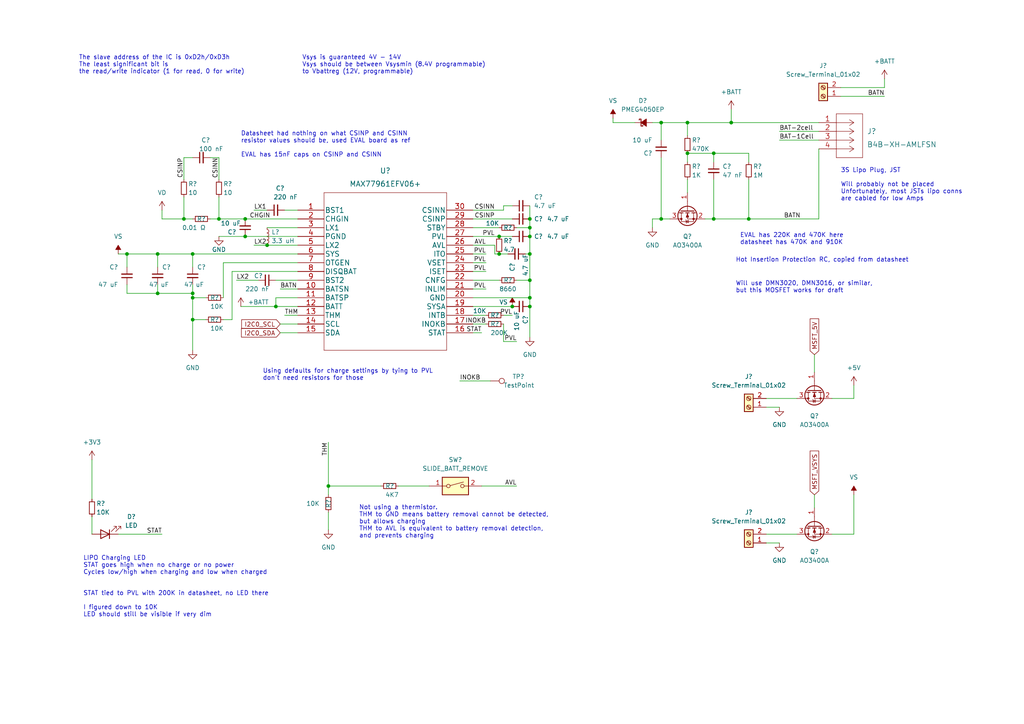
<source format=kicad_sch>
(kicad_sch (version 20211123) (generator eeschema)
  (paper "A4")
  (lib_symbols
    (symbol "Connector:Screw_Terminal_01x02" (pin_names (offset 1.016) hide)
      (property "Reference" "J" (at 0 2.54 0))
      (property "Value" "Screw_Terminal_01x02" (at 0 -5.08 0))
      (symbol "Screw_Terminal_01x02_1_1"
        (rectangle (start -1.27 1.27) (end 1.27 -3.81) (stroke (width 0.254)) (fill (type background)))
        (circle (center 0 -2.54) (radius 0.635) (stroke (width 0.1524)))
        (polyline (pts (xy -0.5334 -2.2098) (xy 0.3302 -3.048)) (stroke (width 0.1524)))
        (polyline (pts (xy -0.5334 0.3302) (xy 0.3302 -0.508)) (stroke (width 0.1524)))
        (polyline (pts (xy -0.3556 -2.032) (xy 0.508 -2.8702)) (stroke (width 0.1524)))
        (polyline (pts (xy -0.3556 0.508) (xy 0.508 -0.3302)) (stroke (width 0.1524)))
        (circle (center 0 0) (radius 0.635) (stroke (width 0.1524)))
        (pin passive line (at -5.08 0 0) (length 3.81) (name "Pin_1") (number "1"))
        (pin passive line (at -5.08 -2.54 0) (length 3.81) (name "Pin_2") (number "2"))
      )
    )
    (symbol "Connector:TestPoint" (pin_numbers hide) (pin_names (offset 0.762) hide)
      (property "Reference" "TP" (at 0 6.858 0))
      (property "Value" "TestPoint" (at 0 5.08 0))
      (symbol "TestPoint_0_1"
        (circle (center 0 3.302) (radius 0.762))
      )
      (symbol "TestPoint_1_1"
        (pin passive line (at 0 0 90) (length 2.54) (name "1") (number "1"))
      )
    )
    (symbol "Device:C_Small" (pin_numbers hide) (pin_names (offset 0.254) hide)
      (property "Reference" "C" (at 0.254 1.778 0))
      (property "Value" "C_Small" (at 0.254 -2.032 0))
      (symbol "C_Small_0_1"
        (polyline (pts (xy -1.524 -0.508) (xy 1.524 -0.508)) (stroke (width 0.3302)))
        (polyline (pts (xy -1.524 0.508) (xy 1.524 0.508)) (stroke (width 0.3048)))
      )
      (symbol "C_Small_1_1"
        (pin passive line (at 0 2.54 270) (length 2.032) (name "~") (number "1"))
        (pin passive line (at 0 -2.54 90) (length 2.032) (name "~") (number "2"))
      )
    )
    (symbol "Device:D_Schottky_Small_Filled" (pin_numbers hide) (pin_names (offset 0.254) hide)
      (property "Reference" "D" (at -1.27 2.032 0))
      (property "Value" "D_Schottky_Small_Filled" (at -7.112 -2.032 0))
      (symbol "D_Schottky_Small_Filled_0_1"
        (polyline (pts (xy -0.762 0) (xy 0.762 0)))
        (polyline (pts (xy 0.762 -1.016) (xy -0.762 0) (xy 0.762 1.016) (xy 0.762 -1.016)) (stroke (width 0.254)) (fill (type outline)))
        (polyline (pts (xy -1.27 0.762) (xy -1.27 1.016) (xy -0.762 1.016) (xy -0.762 -1.016) (xy -0.254 -1.016) (xy -0.254 -0.762)) (stroke (width 0.254)))
      )
      (symbol "D_Schottky_Small_Filled_1_1"
        (pin passive line (at -2.54 0 0) (length 1.778) (name "K") (number "1"))
        (pin passive line (at 2.54 0 180) (length 1.778) (name "A") (number "2"))
      )
    )
    (symbol "Device:LED" (pin_numbers hide) (pin_names (offset 1.016) hide)
      (property "Reference" "D" (at 0 2.54 0))
      (property "Value" "LED" (at 0 -2.54 0))
      (symbol "LED_0_1"
        (polyline (pts (xy -1.27 -1.27) (xy -1.27 1.27)) (stroke (width 0.254)))
        (polyline (pts (xy -1.27 0) (xy 1.27 0)))
        (polyline (pts (xy 1.27 -1.27) (xy 1.27 1.27) (xy -1.27 0) (xy 1.27 -1.27)) (stroke (width 0.254)))
        (polyline (pts (xy -3.048 -0.762) (xy -4.572 -2.286) (xy -3.81 -2.286) (xy -4.572 -2.286) (xy -4.572 -1.524)))
        (polyline (pts (xy -1.778 -0.762) (xy -3.302 -2.286) (xy -2.54 -2.286) (xy -3.302 -2.286) (xy -3.302 -1.524)))
      )
      (symbol "LED_1_1"
        (pin passive line (at -3.81 0 0) (length 2.54) (name "K") (number "1"))
        (pin passive line (at 3.81 0 180) (length 2.54) (name "A") (number "2"))
      )
    )
    (symbol "Device:L_Small" (pin_numbers hide) (pin_names (offset 0.254) hide)
      (property "Reference" "L" (at 0.762 1.016 0))
      (property "Value" "L_Small" (at 0.762 -1.016 0))
      (symbol "L_Small_0_1"
        (arc (start 0 -2.032) (mid 0.508 -1.524) (end 0 -1.016))
        (arc (start 0 -1.016) (mid 0.508 -0.508) (end 0 0))
        (arc (start 0 0) (mid 0.508 0.508) (end 0 1.016))
        (arc (start 0 1.016) (mid 0.508 1.524) (end 0 2.032))
      )
      (symbol "L_Small_1_1"
        (pin passive line (at 0 2.54 270) (length 0.508) (name "~") (number "1"))
        (pin passive line (at 0 -2.54 90) (length 0.508) (name "~") (number "2"))
      )
    )
    (symbol "Device:R_Small" (pin_numbers hide) (pin_names (offset 0.254) hide)
      (property "Reference" "R" (at 0.762 0.508 0))
      (property "Value" "R_Small" (at 0.762 -1.016 0))
      (symbol "R_Small_0_1"
        (rectangle (start -0.762 1.778) (end 0.762 -1.778) (stroke (width 0.2032)))
      )
      (symbol "R_Small_1_1"
        (pin passive line (at 0 2.54 270) (length 0.762) (name "~") (number "1"))
        (pin passive line (at 0 -2.54 90) (length 0.762) (name "~") (number "2"))
      )
    )
    (symbol "JST XH 4:B4B-XH-AMLFSN" (pin_names (offset 0.254) hide)
      (property "Reference" "J" (at 8.89 6.35 0))
      (property "Value" "B4B-XH-AMLFSN" (at 10.16 -5.08 0))
      (symbol "B4B-XH-AMLFSN_1_1"
        (polyline (pts (xy 5.08 -10.16) (xy 12.7 -10.16)) (stroke (width 0.127)))
        (polyline (pts (xy 5.08 2.54) (xy 5.08 -10.16)) (stroke (width 0.127)))
        (polyline (pts (xy 10.16 -7.62) (xy 5.08 -7.62)) (stroke (width 0.127)))
        (polyline (pts (xy 10.16 -7.62) (xy 8.89 -8.4582)) (stroke (width 0.127)))
        (polyline (pts (xy 10.16 -7.62) (xy 8.89 -6.7818)) (stroke (width 0.127)))
        (polyline (pts (xy 10.16 -5.08) (xy 5.08 -5.08)) (stroke (width 0.127)))
        (polyline (pts (xy 10.16 -5.08) (xy 8.89 -5.9182)) (stroke (width 0.127)))
        (polyline (pts (xy 10.16 -5.08) (xy 8.89 -4.2418)) (stroke (width 0.127)))
        (polyline (pts (xy 10.16 -2.54) (xy 5.08 -2.54)) (stroke (width 0.127)))
        (polyline (pts (xy 10.16 -2.54) (xy 8.89 -3.3782)) (stroke (width 0.127)))
        (polyline (pts (xy 10.16 -2.54) (xy 8.89 -1.7018)) (stroke (width 0.127)))
        (polyline (pts (xy 10.16 0) (xy 5.08 0)) (stroke (width 0.127)))
        (polyline (pts (xy 10.16 0) (xy 8.89 -0.8382)) (stroke (width 0.127)))
        (polyline (pts (xy 10.16 0) (xy 8.89 0.8382)) (stroke (width 0.127)))
        (polyline (pts (xy 12.7 -10.16) (xy 12.7 2.54)) (stroke (width 0.127)))
        (polyline (pts (xy 12.7 2.54) (xy 5.08 2.54)) (stroke (width 0.127)))
        (pin unspecified line (at 0 0 0) (length 5.08) (name "1") (number "1"))
        (pin unspecified line (at 0 -2.54 0) (length 5.08) (name "2") (number "2"))
        (pin unspecified line (at 0 -5.08 0) (length 5.08) (name "3") (number "3"))
        (pin unspecified line (at 0 -7.62 0) (length 5.08) (name "4") (number "4"))
      )
    )
    (symbol "MAX77961EFV06:MAX77961EFV06+" (pin_names (offset 0.254))
      (property "Reference" "U" (at 25.4 10.16 0))
      (property "Value" "MAX77961EFV06+" (at 25.4 7.62 0))
      (symbol "MAX77961EFV06+_1_1"
        (polyline (pts (xy 7.62 -40.64) (xy 43.18 -40.64)) (stroke (width 0.127)))
        (polyline (pts (xy 7.62 5.08) (xy 7.62 -40.64)) (stroke (width 0.127)))
        (polyline (pts (xy 43.18 -40.64) (xy 43.18 5.08)) (stroke (width 0.127)))
        (polyline (pts (xy 43.18 5.08) (xy 7.62 5.08)) (stroke (width 0.127)))
        (pin power_in line (at 0 0 0) (length 7.62) (name "BST1") (number "1"))
        (pin input line (at 0 -22.86 0) (length 7.62) (name "BATSN") (number "10"))
        (pin input line (at 0 -25.4 0) (length 7.62) (name "BATSP") (number "11"))
        (pin power_in line (at 0 -27.94 0) (length 7.62) (name "BATT") (number "12"))
        (pin input line (at 0 -30.48 0) (length 7.62) (name "THM") (number "13"))
        (pin input line (at 0 -33.02 0) (length 7.62) (name "SCL") (number "14"))
        (pin output line (at 0 -35.56 0) (length 7.62) (name "SDA") (number "15"))
        (pin output line (at 50.8 -35.56 180) (length 7.62) (name "STAT") (number "16"))
        (pin output line (at 50.8 -33.02 180) (length 7.62) (name "INOKB") (number "17"))
        (pin output line (at 50.8 -30.48 180) (length 7.62) (name "INTB") (number "18"))
        (pin input line (at 50.8 -27.94 180) (length 7.62) (name "SYSA") (number "19"))
        (pin bidirectional line (at 0 -2.54 0) (length 7.62) (name "CHGIN") (number "2"))
        (pin power_in line (at 50.8 -25.4 180) (length 7.62) (name "GND") (number "20"))
        (pin input line (at 50.8 -22.86 180) (length 7.62) (name "INLIM") (number "21"))
        (pin input line (at 50.8 -20.32 180) (length 7.62) (name "CNFG") (number "22"))
        (pin input line (at 50.8 -17.78 180) (length 7.62) (name "ISET") (number "23"))
        (pin input line (at 50.8 -15.24 180) (length 7.62) (name "VSET") (number "24"))
        (pin input line (at 50.8 -12.7 180) (length 7.62) (name "ITO") (number "25"))
        (pin power_in line (at 50.8 -10.16 180) (length 7.62) (name "AVL") (number "26"))
        (pin output line (at 50.8 -7.62 180) (length 7.62) (name "PVL") (number "27"))
        (pin input line (at 50.8 -5.08 180) (length 7.62) (name "STBY") (number "28"))
        (pin input line (at 50.8 -2.54 180) (length 7.62) (name "CSINP") (number "29"))
        (pin unspecified line (at 0 -5.08 0) (length 7.62) (name "LX1") (number "3"))
        (pin input line (at 50.8 0 180) (length 7.62) (name "CSINN") (number "30"))
        (pin power_in line (at 0 -7.62 0) (length 7.62) (name "PGND") (number "4"))
        (pin unspecified line (at 0 -10.16 0) (length 7.62) (name "LX2") (number "5"))
        (pin power_in line (at 0 -12.7 0) (length 7.62) (name "SYS") (number "6"))
        (pin input line (at 0 -15.24 0) (length 7.62) (name "OTGEN") (number "7"))
        (pin input line (at 0 -17.78 0) (length 7.62) (name "DISQBAT") (number "8"))
        (pin power_in line (at 0 -20.32 0) (length 7.62) (name "BST2") (number "9"))
      )
    )
    (symbol "Switch:SW_DIP_x01" (pin_names (offset 0) hide)
      (property "Reference" "SW" (at 0 3.81 0))
      (property "Value" "SW_DIP_x01" (at 0 -3.81 0))
      (symbol "SW_DIP_x01_0_0"
        (circle (center -2.032 0) (radius 0.508))
        (polyline (pts (xy -1.524 0.127) (xy 2.3622 1.1684)))
        (circle (center 2.032 0) (radius 0.508))
      )
      (symbol "SW_DIP_x01_0_1"
        (rectangle (start -3.81 2.54) (end 3.81 -2.54) (stroke (width 0.254)) (fill (type background)))
      )
      (symbol "SW_DIP_x01_1_1"
        (pin passive line (at -7.62 0 0) (length 5.08) (name "~") (number "1"))
        (pin passive line (at 7.62 0 180) (length 5.08) (name "~") (number "2"))
      )
    )
    (symbol "Transistor_FET:AO3400A" (pin_names hide)
      (property "Reference" "Q" (at 5.08 1.905 0))
      (property "Value" "AO3400A" (at 5.08 0 0))
      (symbol "AO3400A_0_1"
        (polyline (pts (xy 0.254 0) (xy -2.54 0)))
        (polyline (pts (xy 0.254 1.905) (xy 0.254 -1.905)) (stroke (width 0.254)))
        (polyline (pts (xy 0.762 -1.27) (xy 0.762 -2.286)) (stroke (width 0.254)))
        (polyline (pts (xy 0.762 0.508) (xy 0.762 -0.508)) (stroke (width 0.254)))
        (polyline (pts (xy 0.762 2.286) (xy 0.762 1.27)) (stroke (width 0.254)))
        (polyline (pts (xy 2.54 2.54) (xy 2.54 1.778)))
        (polyline (pts (xy 2.54 -2.54) (xy 2.54 0) (xy 0.762 0)))
        (polyline (pts (xy 0.762 -1.778) (xy 3.302 -1.778) (xy 3.302 1.778) (xy 0.762 1.778)))
        (polyline (pts (xy 1.016 0) (xy 2.032 0.381) (xy 2.032 -0.381) (xy 1.016 0)) (fill (type outline)))
        (polyline (pts (xy 2.794 0.508) (xy 2.921 0.381) (xy 3.683 0.381) (xy 3.81 0.254)))
        (polyline (pts (xy 3.302 0.381) (xy 2.921 -0.254) (xy 3.683 -0.254) (xy 3.302 0.381)))
        (circle (center 1.651 0) (radius 2.794) (stroke (width 0.254)))
        (circle (center 2.54 -1.778) (radius 0.254) (fill (type outline)))
        (circle (center 2.54 1.778) (radius 0.254) (fill (type outline)))
      )
      (symbol "AO3400A_1_1"
        (pin input line (at -5.08 0 0) (length 2.54) (name "G") (number "1"))
        (pin passive line (at 2.54 -5.08 90) (length 2.54) (name "S") (number "2"))
        (pin passive line (at 2.54 5.08 270) (length 2.54) (name "D") (number "3"))
      )
    )
    (symbol "power:+3.3V" (power) (pin_names (offset 0))
      (property "Value" "+3.3V" (at 0 3.556 0))
      (symbol "+3.3V_0_1"
        (polyline (pts (xy -0.762 1.27) (xy 0 2.54)))
        (polyline (pts (xy 0 0) (xy 0 2.54)))
        (polyline (pts (xy 0 2.54) (xy 0.762 1.27)))
      )
      (symbol "+3.3V_1_1"
        (pin power_in line (at 0 0 90) (length 0) hide (name "+3V3") (number "1"))
      )
    )
    (symbol "power:+5V" (power) (pin_names (offset 0))
      (property "Value" "+5V" (at 0 3.556 0))
      (symbol "+5V_0_1"
        (polyline (pts (xy -0.762 1.27) (xy 0 2.54)))
        (polyline (pts (xy 0 0) (xy 0 2.54)))
        (polyline (pts (xy 0 2.54) (xy 0.762 1.27)))
      )
      (symbol "+5V_1_1"
        (pin power_in line (at 0 0 90) (length 0) hide (name "+5V") (number "1"))
      )
    )
    (symbol "power:+BATT" (power) (pin_names (offset 0))
      (property "Value" "+BATT" (at 0 3.556 0))
      (symbol "+BATT_0_1"
        (polyline (pts (xy -0.762 1.27) (xy 0 2.54)))
        (polyline (pts (xy 0 0) (xy 0 2.54)))
        (polyline (pts (xy 0 2.54) (xy 0.762 1.27)))
      )
      (symbol "+BATT_1_1"
        (pin power_in line (at 0 0 90) (length 0) hide (name "+BATT") (number "1"))
      )
    )
    (symbol "power:GND" (power) (pin_names (offset 0))
      (property "Value" "GND" (at 0 -3.81 0))
      (symbol "GND_0_1"
        (polyline (pts (xy 0 0) (xy 0 -1.27) (xy 1.27 -1.27) (xy 0 -2.54) (xy -1.27 -1.27) (xy 0 -1.27)))
      )
      (symbol "GND_1_1"
        (pin power_in line (at 0 0 270) (length 0) hide (name "GND") (number "1"))
      )
    )
    (symbol "power:VD" (power) (pin_names (offset 0))
      (property "Value" "VD" (at 0 3.81 0))
      (symbol "VD_0_1"
        (polyline (pts (xy -0.762 1.27) (xy 0 2.54)))
        (polyline (pts (xy 0 0) (xy 0 2.54)))
        (polyline (pts (xy 0 2.54) (xy 0.762 1.27)))
      )
      (symbol "VD_1_1"
        (pin power_in line (at 0 0 90) (length 0) hide (name "VD") (number "1"))
      )
    )
    (symbol "power:VS" (power) (pin_names (offset 0))
      (property "Value" "VS" (at 0 3.81 0))
      (symbol "VS_0_1"
        (polyline (pts (xy 0 0) (xy 0 2.54)))
        (polyline (pts (xy 0.762 1.27) (xy -0.762 1.27) (xy 0 2.54) (xy 0.762 1.27)) (fill (type outline)))
      )
      (symbol "VS_1_1"
        (pin power_in line (at 0 0 90) (length 0) hide (name "VS") (number "1"))
      )
    )
  )
  (junction (at 217.17 63.5))
  (junction (at 144.78 73.66))
  (junction (at 45.72 73.66))
  (junction (at 153.67 86.36))
  (junction (at 153.67 68.58))
  (junction (at 153.67 63.5))
  (junction (at 45.72 85.09))
  (junction (at 55.88 73.66))
  (junction (at 153.67 81.28))
  (junction (at 191.77 35.56))
  (junction (at 55.88 92.71))
  (junction (at 80.01 88.9))
  (junction (at 55.88 85.09))
  (junction (at 207.01 63.5))
  (junction (at 207.01 44.45))
  (junction (at 63.5 63.5))
  (junction (at 55.88 86.36))
  (junction (at 148.59 88.9))
  (junction (at 144.78 68.58))
  (junction (at 53.34 63.5))
  (junction (at 199.39 44.45))
  (junction (at 153.67 66.04))
  (junction (at 191.77 63.5))
  (junction (at 153.67 88.9))
  (junction (at 77.47 71.12))
  (junction (at 212.09 35.56))
  (junction (at 199.39 35.56))
  (junction (at 153.67 73.66))
  (junction (at 71.12 68.58))
  (junction (at 36.83 73.66))
  (junction (at 71.12 63.5))
  (junction (at 95.25 140.97))
  (wire (pts (xy 60.96 45.72) (xy 63.5 45.72)))
  (wire (pts (xy 137.16 66.04) (xy 144.78 66.04)))
  (wire (pts (xy 55.88 92.71) (xy 59.69 92.71)))
  (wire (pts (xy 46.99 63.5) (xy 53.34 63.5)))
  (wire (pts (xy 64.77 86.36) (xy 64.77 76.2)))
  (wire (pts (xy 60.96 63.5) (xy 63.5 63.5)))
  (wire (pts (xy 137.16 73.66) (xy 140.97 73.66)))
  (wire (pts (xy 81.28 83.82) (xy 86.36 83.82)))
  (wire (pts (xy 199.39 35.56) (xy 212.09 35.56)))
  (wire (pts (xy 153.67 73.66) (xy 153.67 81.28)))
  (wire (pts (xy 226.06 38.1) (xy 237.49 38.1)))
  (wire (pts (xy 36.83 73.66) (xy 45.72 73.66)))
  (wire (pts (xy 256.54 22.86) (xy 256.54 25.4)))
  (wire (pts (xy 222.25 157.48) (xy 226.06 157.48)))
  (wire (pts (xy 69.85 88.9) (xy 80.01 88.9)))
  (wire (pts (xy 34.29 154.94) (xy 46.99 154.94)))
  (wire (pts (xy 77.47 71.12) (xy 86.36 71.12)))
  (wire (pts (xy 95.25 140.97) (xy 95.25 143.51)))
  (wire (pts (xy 247.65 143.51) (xy 247.65 154.94)))
  (wire (pts (xy 222.25 154.94) (xy 231.14 154.94)))
  (wire (pts (xy 81.28 96.52) (xy 86.36 96.52)))
  (wire (pts (xy 189.23 35.56) (xy 191.77 35.56)))
  (wire (pts (xy 199.39 44.45) (xy 207.01 44.45)))
  (wire (pts (xy 199.39 52.07) (xy 199.39 55.88)))
  (wire (pts (xy 191.77 45.72) (xy 191.77 63.5)))
  (wire (pts (xy 63.5 45.72) (xy 63.5 52.07)))
  (wire (pts (xy 256.54 25.4) (xy 243.84 25.4)))
  (wire (pts (xy 191.77 35.56) (xy 199.39 35.56)))
  (wire (pts (xy 137.16 93.98) (xy 140.97 93.98)))
  (wire (pts (xy 95.25 140.97) (xy 110.49 140.97)))
  (wire (pts (xy 53.34 45.72) (xy 55.88 45.72)))
  (wire (pts (xy 55.88 82.55) (xy 55.88 85.09)))
  (wire (pts (xy 153.67 63.5) (xy 153.67 66.04)))
  (wire (pts (xy 81.28 93.98) (xy 86.36 93.98)))
  (wire (pts (xy 67.31 78.74) (xy 67.31 92.71)))
  (wire (pts (xy 149.86 66.04) (xy 153.67 66.04)))
  (wire (pts (xy 82.55 60.96) (xy 86.36 60.96)))
  (wire (pts (xy 148.59 59.69) (xy 146.05 59.69)))
  (wire (pts (xy 73.66 60.96) (xy 77.47 60.96)))
  (wire (pts (xy 152.4 73.66) (xy 153.67 73.66)))
  (wire (pts (xy 153.67 86.36) (xy 153.67 88.9)))
  (wire (pts (xy 189.23 66.04) (xy 189.23 63.5)))
  (wire (pts (xy 95.25 128.27) (xy 95.25 140.97)))
  (wire (pts (xy 217.17 46.99) (xy 217.17 44.45)))
  (wire (pts (xy 139.7 140.97) (xy 149.86 140.97)))
  (wire (pts (xy 45.72 85.09) (xy 55.88 85.09)))
  (wire (pts (xy 80.01 88.9) (xy 86.36 88.9)))
  (wire (pts (xy 82.55 91.44) (xy 86.36 91.44)))
  (wire (pts (xy 137.16 86.36) (xy 153.67 86.36)))
  (wire (pts (xy 63.5 68.58) (xy 71.12 68.58)))
  (wire (pts (xy 191.77 35.56) (xy 191.77 40.64)))
  (wire (pts (xy 140.97 91.44) (xy 137.16 91.44)))
  (wire (pts (xy 137.16 78.74) (xy 140.97 78.74)))
  (wire (pts (xy 153.67 59.69) (xy 153.67 63.5)))
  (wire (pts (xy 153.67 81.28) (xy 153.67 86.36)))
  (wire (pts (xy 63.5 63.5) (xy 71.12 63.5)))
  (wire (pts (xy 55.88 86.36) (xy 59.69 86.36)))
  (wire (pts (xy 26.67 133.35) (xy 26.67 144.78)))
  (wire (pts (xy 199.39 44.45) (xy 199.39 46.99)))
  (wire (pts (xy 256.54 27.94) (xy 243.84 27.94)))
  (wire (pts (xy 137.16 60.96) (xy 146.05 60.96)))
  (wire (pts (xy 55.88 73.66) (xy 55.88 77.47)))
  (wire (pts (xy 55.88 86.36) (xy 55.88 92.71)))
  (wire (pts (xy 247.65 115.57) (xy 247.65 111.76)))
  (wire (pts (xy 133.35 110.49) (xy 142.24 110.49)))
  (wire (pts (xy 137.16 71.12) (xy 143.51 71.12)))
  (wire (pts (xy 146.05 59.69) (xy 146.05 60.96)))
  (wire (pts (xy 148.59 91.44) (xy 146.05 91.44)))
  (wire (pts (xy 217.17 44.45) (xy 207.01 44.45)))
  (wire (pts (xy 226.06 40.64) (xy 237.49 40.64)))
  (wire (pts (xy 207.01 63.5) (xy 217.17 63.5)))
  (wire (pts (xy 177.8 35.56) (xy 184.15 35.56)))
  (wire (pts (xy 149.86 81.28) (xy 153.67 81.28)))
  (wire (pts (xy 212.09 31.75) (xy 212.09 35.56)))
  (wire (pts (xy 217.17 63.5) (xy 237.49 63.5)))
  (wire (pts (xy 153.67 66.04) (xy 153.67 68.58)))
  (wire (pts (xy 143.51 71.12) (xy 143.51 73.66)))
  (wire (pts (xy 80.01 86.36) (xy 86.36 86.36)))
  (wire (pts (xy 53.34 57.15) (xy 53.34 63.5)))
  (wire (pts (xy 80.01 86.36) (xy 80.01 88.9)))
  (wire (pts (xy 153.67 68.58) (xy 153.67 73.66)))
  (wire (pts (xy 191.77 63.5) (xy 194.31 63.5)))
  (wire (pts (xy 212.09 35.56) (xy 237.49 35.56)))
  (wire (pts (xy 143.51 73.66) (xy 144.78 73.66)))
  (wire (pts (xy 73.66 71.12) (xy 77.47 71.12)))
  (wire (pts (xy 53.34 63.5) (xy 55.88 63.5)))
  (wire (pts (xy 236.22 143.51) (xy 236.22 147.32)))
  (wire (pts (xy 146.05 99.06) (xy 149.86 99.06)))
  (wire (pts (xy 53.34 45.72) (xy 53.34 52.07)))
  (wire (pts (xy 241.3 115.57) (xy 247.65 115.57)))
  (wire (pts (xy 137.16 81.28) (xy 144.78 81.28)))
  (wire (pts (xy 222.25 118.11) (xy 226.06 118.11)))
  (wire (pts (xy 64.77 92.71) (xy 67.31 92.71)))
  (wire (pts (xy 34.29 73.66) (xy 36.83 73.66)))
  (wire (pts (xy 207.01 46.99) (xy 207.01 44.45)))
  (wire (pts (xy 115.57 140.97) (xy 124.46 140.97)))
  (wire (pts (xy 137.16 63.5) (xy 148.59 63.5)))
  (wire (pts (xy 71.12 68.58) (xy 86.36 68.58)))
  (wire (pts (xy 137.16 76.2) (xy 140.97 76.2)))
  (wire (pts (xy 95.25 148.59) (xy 95.25 153.67)))
  (wire (pts (xy 36.83 82.55) (xy 36.83 85.09)))
  (wire (pts (xy 137.16 88.9) (xy 148.59 88.9)))
  (wire (pts (xy 153.67 88.9) (xy 153.67 97.79)))
  (wire (pts (xy 36.83 73.66) (xy 36.83 77.47)))
  (wire (pts (xy 63.5 57.15) (xy 63.5 63.5)))
  (wire (pts (xy 36.83 85.09) (xy 45.72 85.09)))
  (wire (pts (xy 144.78 73.66) (xy 147.32 73.66)))
  (wire (pts (xy 45.72 73.66) (xy 55.88 73.66)))
  (wire (pts (xy 137.16 83.82) (xy 140.97 83.82)))
  (wire (pts (xy 137.16 68.58) (xy 144.78 68.58)))
  (wire (pts (xy 137.16 96.52) (xy 139.7 96.52)))
  (wire (pts (xy 204.47 63.5) (xy 207.01 63.5)))
  (wire (pts (xy 207.01 52.07) (xy 207.01 63.5)))
  (wire (pts (xy 189.23 63.5) (xy 191.77 63.5)))
  (wire (pts (xy 26.67 149.86) (xy 26.67 154.94)))
  (wire (pts (xy 217.17 52.07) (xy 217.17 63.5)))
  (wire (pts (xy 71.12 63.5) (xy 86.36 63.5)))
  (wire (pts (xy 55.88 73.66) (xy 86.36 73.66)))
  (wire (pts (xy 55.88 92.71) (xy 55.88 101.6)))
  (wire (pts (xy 64.77 76.2) (xy 86.36 76.2)))
  (wire (pts (xy 241.3 154.94) (xy 247.65 154.94)))
  (wire (pts (xy 222.25 115.57) (xy 231.14 115.57)))
  (wire (pts (xy 177.8 35.56) (xy 177.8 34.29)))
  (wire (pts (xy 236.22 102.87) (xy 236.22 107.95)))
  (wire (pts (xy 45.72 82.55) (xy 45.72 85.09)))
  (wire (pts (xy 86.36 78.74) (xy 67.31 78.74)))
  (wire (pts (xy 237.49 63.5) (xy 237.49 43.18)))
  (wire (pts (xy 55.88 85.09) (xy 55.88 86.36)))
  (wire (pts (xy 80.01 81.28) (xy 86.36 81.28)))
  (wire (pts (xy 68.58 81.28) (xy 74.93 81.28)))
  (wire (pts (xy 77.47 66.04) (xy 86.36 66.04)))
  (wire (pts (xy 146.05 93.98) (xy 146.05 99.06)))
  (wire (pts (xy 46.99 60.96) (xy 46.99 63.5)))
  (wire (pts (xy 144.78 68.58) (xy 148.59 68.58)))
  (wire (pts (xy 45.72 73.66) (xy 45.72 77.47)))
  (wire (pts (xy 199.39 35.56) (xy 199.39 39.37)))
  (text "3S Lipo Plug, JST\n\nWill probably not be placed\nUnfortunately, most JSTs lipo conns\nare cabled for low Amps" (at 243.84 58.42 0) (effects (font (size 1.27 1.27)) (justify left bottom)))
  (text "Vsys is guaranteed 4V - 14V\nVsys should be between Vsysmin (8.4V programmable)\nto Vbattreg (12V, programmable)" (at 87.63 21.59 0) (effects (font (size 1.27 1.27)) (justify left bottom)))
  (text "Hot Insertion Protection RC, copied from datasheet" (at 213.36 76.2 0) (effects (font (size 1.27 1.27)) (justify left bottom)))
  (text "Datasheet had nothing on what CSINP and CSINN\nresistor values should be, used EVAL board as ref\n\nEVAL has 15nF caps on CSINP and CSINN" (at 69.85 45.72 0) (effects (font (size 1.27 1.27)) (justify left bottom)))
  (text "The slave address of the IC is 0xD2h/0xD3h\nThe least significant bit is\nthe read/write indicator (1 for read, 0 for write)" (at 22.86 21.59 0) (effects (font (size 1.27 1.27)) (justify left bottom)))
  (text "Not using a thermistor.\nTHM to GND means battery removal cannot be detected,\nbut allows charging\nTHM to AVL is equivalent to battery removal detection,\nand prevents charging" (at 104.14 156.21 0) (effects (font (size 1.27 1.27)) (justify left bottom)))
  (text "EVAL has 220K and 470K here\ndatasheet has 470K and 910K" (at 214.63 71.12 0) (effects (font (size 1.27 1.27)) (justify left bottom)))
  (text "LIPO Charging LED\nSTAT goes high when no charge or no power\nCycles low/high when charging and low when charged\n\n\nSTAT tied to PVL with 200K in datasheet, no LED there\n\nI figured down to 10K\nLED should still be visible if very dim" (at 24.13 179.07 0) (effects (font (size 1.27 1.27)) (justify left bottom)))
  (text "Will use DMN3020, DMN3016, or similar,\nbut this MOSFET works for draft" (at 213.36 85.09 0) (effects (font (size 1.27 1.27)) (justify left bottom)))
  (text "Using defaults for charge settings by tying to PVL\ndon't need resistors for those" (at 76.2 110.49 0) (effects (font (size 1.27 1.27)) (justify left bottom)))
  (label "BATN" (at 227.33 63.5 0))
  (label "CSINP" (at 143.51 63.5 180))
  (label "AVL" (at 140.97 71.12 180))
  (label "LX2" (at 73.66 71.12 0))
  (label "CSINP" (at 53.34 45.72 270))
  (label "CHGIN" (at 72.39 63.5 0))
  (label "THM" (at 95.25 128.27 270))
  (label "LX2" (at 68.58 81.28 0))
  (label "BATN" (at 81.28 83.82 0))
  (label "PVL" (at 140.97 76.2 180))
  (label "PVL" (at 149.86 99.06 180))
  (label "STAT" (at 46.99 154.94 180))
  (label "PVL" (at 140.97 73.66 180))
  (label "PVL" (at 140.97 78.74 180))
  (label "AVL" (at 149.86 140.97 180))
  (label "INOKB" (at 140.97 93.98 180))
  (label "CSINN" (at 63.5 45.72 270))
  (label "PVL" (at 140.97 83.82 180))
  (label "PVL" (at 143.51 68.58 180))
  (label "CSINN" (at 143.51 60.96 180))
  (label "THM" (at 82.55 91.44 0))
  (label "LX1" (at 73.66 60.96 0))
  (label "BATN" (at 256.54 27.94 180))
  (label "INOKB" (at 133.35 110.49 0))
  (label "PVL" (at 148.59 91.44 180))
  (label "BAT-2cell" (at 226.06 38.1 0))
  (label "STAT" (at 139.7 96.52 180))
  (label "BAT-1Cell" (at 226.06 40.64 0))
  (global_label "MSFT_5V" (shape input) (at 236.22 102.87 90) (property "Intersheet References" "${INTERSHEET_REFS}" (effects hide)))
  (global_label "I2C0_SCL" (shape input) (at 81.28 93.98 180) (property "Intersheet References" "${INTERSHEET_REFS}" (effects hide)))
  (global_label "I2C0_SDA" (shape input) (at 81.28 96.52 180) (property "Intersheet References" "${INTERSHEET_REFS}" (effects hide)))
  (global_label "MSFT_VSYS" (shape input) (at 236.22 143.51 90) (property "Intersheet References" "${INTERSHEET_REFS}" (effects hide)))
  (symbol (lib_id "power:+5V") (at 247.65 111.76 0) (unit 1)
    (property "Reference" "#PWR?" (effects hide))
    (property "Value" "+5V" (at 247.65 106.68 0))
  )
  (symbol (lib_id "Device:R_Small") (at 62.23 92.71 270) (unit 1)
    (property "Reference" "R?" (at 60.96 92.71 90) (effects (justify left)))
    (property "Value" "10K" (at 60.96 95.25 90) (effects (justify left)))
  )
  (symbol (lib_id "Device:R_Small") (at 58.42 63.5 90) (unit 1)
    (property "Reference" "R?" (at 59.69 63.5 90) (effects (justify left)))
    (property "Value" "0.01 Ω" (at 59.69 66.04 90) (effects (justify left)))
  )
  (symbol (lib_id "Connector:Screw_Terminal_01x02") (at 217.17 118.11 180) (unit 1)
    (property "Reference" "J?" (at 217.17 109.22 0))
    (property "Value" "Screw_Terminal_01x02" (at 217.17 111.76 0))
  )
  (symbol (lib_id "Device:R_Small") (at 26.67 147.32 0) (unit 1)
    (property "Reference" "R?" (at 27.94 146.05 0) (effects (justify left)))
    (property "Value" "10K" (at 27.94 148.59 0) (effects (justify left)))
  )
  (symbol (lib_id "Device:C_Small") (at 151.13 63.5 90) (unit 1)
    (property "Reference" "C?" (at 157.48 63.5 90) (effects (justify left)))
    (property "Value" "4.7 uF" (at 165.1 63.5 90) (effects (justify left)))
  )
  (symbol (lib_id "power:VS") (at 177.8 34.29 0) (unit 1)
    (property "Reference" "#PWR?" (effects hide))
    (property "Value" "VS" (at 177.8 29.21 0))
  )
  (symbol (lib_id "power:+3.3V") (at 26.67 133.35 0) (unit 1)
    (property "Reference" "#PWR?" (effects hide))
    (property "Value" "+3.3V" (at 26.67 128.27 0))
  )
  (symbol (lib_id "power:+BATT") (at 256.54 22.86 0) (unit 1)
    (property "Reference" "#PWR?" (effects hide))
    (property "Value" "+BATT" (at 256.54 17.78 0))
  )
  (symbol (lib_id "Transistor_FET:AO3400A") (at 236.22 152.4 90) (mirror x) (unit 1)
    (property "Reference" "Q?" (at 236.22 160.02 90))
    (property "Value" "AO3400A" (at 236.22 162.56 90))
    (property "Footprint" "Package_TO_SOT_SMD:SOT-23" (effects hide))
    (property "Datasheet" "http://www.aosmd.com/pdfs/datasheet/AO3400A.pdf" (effects hide))
  )
  (symbol (lib_id "power:GND") (at 63.5 68.58 0) (unit 1)
    (property "Reference" "#PWR?" (effects hide))
    (property "Value" "GND" (at 63.5 72.39 0))
  )
  (symbol (lib_id "Device:C_Small") (at 207.01 49.53 0) (unit 1)
    (property "Reference" "C?" (at 209.55 48.2662 0) (effects (justify left)))
    (property "Value" "47 nF" (at 209.55 50.8 0) (effects (justify left)))
  )
  (symbol (lib_id "power:GND") (at 226.06 157.48 0) (unit 1)
    (property "Reference" "#PWR?" (effects hide))
    (property "Value" "GND" (at 226.06 162.56 0))
  )
  (symbol (lib_id "Device:R_Small") (at 53.34 54.61 0) (unit 1)
    (property "Reference" "R?" (at 54.61 53.34 0) (effects (justify left)))
    (property "Value" "10" (at 54.61 55.88 0) (effects (justify left)))
  )
  (symbol (lib_id "Transistor_FET:AO3400A") (at 236.22 113.03 90) (mirror x) (unit 1)
    (property "Reference" "Q?" (at 236.22 120.65 90))
    (property "Value" "AO3400A" (at 236.22 123.19 90))
    (property "Footprint" "Package_TO_SOT_SMD:SOT-23" (effects hide))
    (property "Datasheet" "http://www.aosmd.com/pdfs/datasheet/AO3400A.pdf" (effects hide))
  )
  (symbol (lib_id "Device:R_Small") (at 147.32 81.28 270) (unit 1)
    (property "Reference" "R?" (at 146.05 81.28 90) (effects (justify left)))
    (property "Value" "8660" (at 144.78 83.82 90) (effects (justify left)))
  )
  (symbol (lib_id "Connector:Screw_Terminal_01x02") (at 217.17 157.48 180) (unit 1)
    (property "Reference" "J?" (at 217.17 148.59 0))
    (property "Value" "Screw_Terminal_01x02" (at 217.17 151.13 0))
  )
  (symbol (lib_id "Device:C_Small") (at 191.77 43.18 180) (unit 1)
    (property "Reference" "C?" (at 189.23 44.4438 0) (effects (justify left)))
    (property "Value" "10 uF" (at 189.23 40.64 0) (effects (justify left)))
  )
  (symbol (lib_id "Device:R_Small") (at 199.39 41.91 0) (unit 1)
    (property "Reference" "R?" (at 200.66 40.64 0) (effects (justify left)))
    (property "Value" "470K" (at 200.66 43.18 0) (effects (justify left)))
  )
  (symbol (lib_id "power:VS") (at 148.59 88.9 0) (unit 1)
    (property "Reference" "#PWR?" (effects hide))
    (property "Value" "VS" (at 146.05 87.63 0))
  )
  (symbol (lib_id "Device:C_Small") (at 149.86 73.66 270) (unit 1)
    (property "Reference" "C?" (at 148.59 76.2 0) (effects (justify left)))
    (property "Value" "4.7 uF" (at 152.4 73.66 0) (effects (justify left)))
  )
  (symbol (lib_id "Device:C_Small") (at 71.12 66.04 180) (unit 1)
    (property "Reference" "C?" (at 68.58 67.3038 0) (effects (justify left)))
    (property "Value" "10 uF" (at 69.85 64.77 0) (effects (justify left)))
  )
  (symbol (lib_id "power:VS") (at 247.65 143.51 0) (unit 1)
    (property "Reference" "#PWR?" (effects hide))
    (property "Value" "VS" (at 247.65 138.43 0))
  )
  (symbol (lib_id "Device:C_Small") (at 80.01 60.96 90) (unit 1)
    (property "Reference" "C?" (at 82.55 54.61 90) (effects (justify left)))
    (property "Value" "220 nF" (at 86.36 57.15 90) (effects (justify left)))
  )
  (symbol (lib_id "power:+BATT") (at 69.85 88.9 0) (unit 1)
    (property "Reference" "#PWR?" (effects hide))
    (property "Value" "+BATT" (at 74.93 87.63 0))
  )
  (symbol (lib_id "Device:L_Small") (at 77.47 68.58 0) (unit 1)
    (property "Reference" "L?" (at 78.74 67.3099 0) (effects (justify left)))
    (property "Value" "3.3 uH" (at 78.74 69.85 0) (effects (justify left)))
  )
  (symbol (lib_id "Device:C_Small") (at 77.47 81.28 270) (unit 1)
    (property "Reference" "C?" (at 73.66 80.01 90) (effects (justify left)))
    (property "Value" "220 nF" (at 71.12 83.82 90) (effects (justify left)))
  )
  (symbol (lib_id "Device:C_Small") (at 55.88 80.01 0) (unit 1)
    (property "Reference" "C?" (at 57.15 77.47 0) (effects (justify left)))
    (property "Value" "47 uF" (at 53.34 82.55 0) (effects (justify left)))
  )
  (symbol (lib_id "Device:C_Small") (at 36.83 80.01 180) (unit 1)
    (property "Reference" "C?" (at 34.29 77.47 0) (effects (justify left)))
    (property "Value" "47 uF" (at 34.29 82.55 0) (effects (justify left)))
  )
  (symbol (lib_id "Device:R_Small") (at 144.78 71.12 0) (unit 1)
    (property "Reference" "R?" (at 146.05 69.85 0) (effects (justify left)))
    (property "Value" "4.7" (at 146.05 72.39 0) (effects (justify left)))
  )
  (symbol (lib_id "Device:R_Small") (at 95.25 146.05 180) (unit 1)
    (property "Reference" "R?" (at 95.25 144.78 90) (effects (justify left)))
    (property "Value" "10K" (at 92.71 146.05 0) (effects (justify left)))
  )
  (symbol (lib_id "power:GND") (at 55.88 101.6 0) (unit 1)
    (property "Reference" "#PWR?" (effects hide))
    (property "Value" "GND" (at 55.88 106.68 0))
  )
  (symbol (lib_id "Transistor_FET:AO3400A") (at 199.39 60.96 90) (mirror x) (unit 1)
    (property "Reference" "Q?" (at 199.39 68.58 90))
    (property "Value" "AO3400A" (at 199.39 71.12 90))
    (property "Footprint" "Package_TO_SOT_SMD:SOT-23" (effects hide))
    (property "Datasheet" "http://www.aosmd.com/pdfs/datasheet/AO3400A.pdf" (effects hide))
  )
  (symbol (lib_id "power:VD") (at 46.99 60.96 0) (unit 1)
    (property "Reference" "#PWR?" (effects hide))
    (property "Value" "VD" (at 46.99 55.88 0))
  )
  (symbol (lib_id "power:+BATT") (at 212.09 31.75 0) (unit 1)
    (property "Reference" "#PWR?" (effects hide))
    (property "Value" "+BATT" (at 212.09 26.67 0))
  )
  (symbol (lib_id "Connector:Screw_Terminal_01x02") (at 238.76 27.94 180) (unit 1)
    (property "Reference" "J?" (at 238.76 19.05 0))
    (property "Value" "Screw_Terminal_01x02" (at 238.76 21.59 0))
  )
  (symbol (lib_id "Device:R_Small") (at 217.17 49.53 0) (unit 1)
    (property "Reference" "R?" (at 218.44 48.26 0) (effects (justify left)))
    (property "Value" "1M" (at 218.44 50.8 0) (effects (justify left)))
  )
  (symbol (lib_id "Device:R_Small") (at 113.03 140.97 270) (unit 1)
    (property "Reference" "R?" (at 111.76 140.97 90) (effects (justify left)))
    (property "Value" "4K7" (at 111.76 143.51 90) (effects (justify left)))
  )
  (symbol (lib_id "power:GND") (at 189.23 66.04 0) (unit 1)
    (property "Reference" "#PWR?" (effects hide))
    (property "Value" "GND" (at 189.23 71.12 0))
  )
  (symbol (lib_id "Device:R_Small") (at 143.51 91.44 270) (unit 1)
    (property "Reference" "R?" (at 142.24 91.44 90) (effects (justify left)))
    (property "Value" "10K" (at 137.16 90.17 90) (effects (justify left)))
  )
  (symbol (lib_id "Device:C_Small") (at 45.72 80.01 0) (unit 1)
    (property "Reference" "C?" (at 46.99 77.47 0) (effects (justify left)))
    (property "Value" "47 uF" (at 43.18 82.55 0) (effects (justify left)))
  )
  (symbol (lib_id "Device:R_Small") (at 143.51 93.98 270) (unit 1)
    (property "Reference" "R?" (at 142.24 93.98 90) (effects (justify left)))
    (property "Value" "200K" (at 142.24 96.52 90) (effects (justify left)))
  )
  (symbol (lib_id "power:GND") (at 226.06 118.11 0) (unit 1)
    (property "Reference" "#PWR?" (effects hide))
    (property "Value" "GND" (at 226.06 123.19 0))
  )
  (symbol (lib_id "power:GND") (at 153.67 97.79 0) (unit 1)
    (property "Reference" "#PWR?" (effects hide))
    (property "Value" "GND" (at 153.67 102.87 0))
  )
  (symbol (lib_id "Device:C_Small") (at 58.42 45.72 90) (unit 1)
    (property "Reference" "C?" (at 60.96 40.64 90) (effects (justify left)))
    (property "Value" "100 nF" (at 64.77 43.18 90) (effects (justify left)))
  )
  (symbol (lib_id "Device:C_Small") (at 151.13 59.69 90) (unit 1)
    (property "Reference" "C?" (at 157.48 57.15 90) (effects (justify left)))
    (property "Value" "4.7 uF" (at 161.29 59.69 90) (effects (justify left)))
  )
  (symbol (lib_id "Device:R_Small") (at 62.23 86.36 270) (unit 1)
    (property "Reference" "R?" (at 60.96 86.36 90) (effects (justify left)))
    (property "Value" "10K" (at 60.96 88.9 90) (effects (justify left)))
  )
  (symbol (lib_id "Device:C_Small") (at 151.13 68.58 90) (unit 1)
    (property "Reference" "C?" (at 157.48 68.58 90) (effects (justify left)))
    (property "Value" "4.7 uF" (at 165.1 68.58 90) (effects (justify left)))
  )
  (symbol (lib_id "Device:D_Schottky_Small_Filled") (at 186.69 35.56 0) (unit 1)
    (property "Reference" "D?" (at 186.436 29.21 0))
    (property "Value" "PMEG4050EP" (at 186.436 31.75 0))
  )
  (symbol (lib_id "Device:R_Small") (at 147.32 66.04 90) (unit 1)
    (property "Reference" "R?" (at 148.59 66.04 90) (effects (justify left)))
    (property "Value" "10K" (at 144.78 64.77 90) (effects (justify left)))
  )
  (symbol (lib_id "Device:R_Small") (at 199.39 49.53 0) (unit 1)
    (property "Reference" "R?" (at 200.66 48.26 0) (effects (justify left)))
    (property "Value" "1K" (at 200.66 50.8 0) (effects (justify left)))
  )
  (symbol (lib_id "Device:R_Small") (at 63.5 54.61 0) (unit 1)
    (property "Reference" "R?" (at 64.77 53.34 0) (effects (justify left)))
    (property "Value" "10" (at 64.77 55.88 0) (effects (justify left)))
  )
  (symbol (lib_id "JST XH 4:B4B-XH-AMLFSN") (at 237.49 35.56 0) (unit 1)
    (property "Reference" "J?" (at 251.46 38.1 0) (effects (font (size 1.524 1.524)) (justify left)))
    (property "Value" "B4B-XH-AMLFSN" (at 251.46 41.91 0) (effects (font (size 1.524 1.524)) (justify left)))
    (property "Footprint" "CONN_B4B-XH-AM_JST:B4B-XH-AMLFSN" (effects hide))
  )
  (symbol (lib_id "power:GND") (at 95.25 153.67 0) (unit 1)
    (property "Reference" "#PWR?" (effects hide))
    (property "Value" "GND" (at 95.25 158.75 0))
  )
  (symbol (lib_id "power:VS") (at 34.29 73.66 0) (unit 1)
    (property "Reference" "#PWR?" (effects hide))
    (property "Value" "VS" (at 34.29 68.58 0))
  )
  (symbol (lib_id "Switch:SW_DIP_x01") (at 132.08 140.97 0) (unit 1)
    (property "Reference" "SW?" (at 132.08 133.35 0))
    (property "Value" "SLIDE_BATT_REMOVE" (at 132.08 135.89 0))
  )
  (symbol (lib_id "Connector:TestPoint") (at 142.24 110.49 270) (unit 1)
    (property "Reference" "TP?" (at 148.59 109.22 90) (effects (justify left)))
    (property "Value" "TestPoint" (at 146.05 111.76 90) (effects (justify left)))
  )
  (symbol (lib_id "Device:LED") (at 30.48 154.94 180) (unit 1)
    (property "Reference" "D?" (at 38.1 149.86 0))
    (property "Value" "LED" (at 38.1 152.4 0))
  )
  (symbol (lib_id "MAX77961EFV06:MAX77961EFV06+") (at 86.36 60.96 0) (unit 1)
    (property "Reference" "U?" (at 111.76 49.53 0) (effects (font (size 1.524 1.524))))
    (property "Value" "MAX77961EFV06+" (at 111.76 53.34 0) (effects (font (size 1.524 1.524))))
    (property "Footprint" "PowerIC:MAX77961EFV06" (effects hide))
  )
  (symbol (lib_id "Device:C_Small") (at 151.13 88.9 270) (unit 1)
    (property "Reference" "C?" (at 152.3938 91.44 0) (effects (justify left)))
    (property "Value" "10 uF" (at 149.86 90.17 0) (effects (justify left)))
  )
)
</source>
